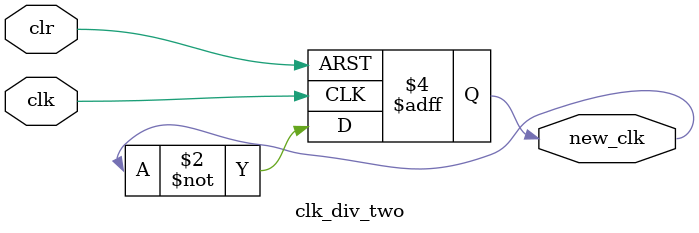
<source format=v>
module clk_div_two(new_clk, clk, clr);
    //Inputs
   input clk, clr;
   
   //Internal wire
   wire clr;

   //Output
   output new_clk;
   
   //Register
   reg new_clk;

   //Intialize new_clk to 0
   initial
   begin
       new_clk = 1'b0;
   end

   //Set value of new_clk on positive edge of the clock or clear
   always @(posedge clk or posedge clr) begin
       //If clear is high, set new_clk to 0
       if (clr) begin
           new_clk <= 1'b0;
       //If enable is high, set new_clk to the value of d
       end else begin
           new_clk <= ~new_clk;
       end
   end

endmodule

</source>
